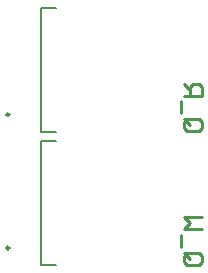
<source format=gbo>
%FSLAX25Y25*%
%MOIN*%
G70*
G01*
G75*
G04 Layer_Color=32896*
%ADD10R,0.36221X0.42126*%
%ADD11R,0.10630X0.04331*%
%ADD12C,0.02000*%
%ADD13C,0.02500*%
%ADD14C,0.03937*%
%ADD15C,0.10000*%
%ADD16C,0.05000*%
%ADD17C,0.01000*%
%ADD18R,0.06299X0.06299*%
%ADD19C,0.06299*%
%ADD20C,0.04724*%
%ADD21C,0.05315*%
%ADD22R,0.05315X0.05315*%
%ADD23C,0.06000*%
%ADD24R,0.06000X0.06000*%
%ADD25C,0.05512*%
%ADD26R,0.05906X0.05906*%
%ADD27C,0.05906*%
%ADD28R,0.05906X0.05906*%
%ADD29C,0.05000*%
%ADD30C,0.00787*%
%ADD31C,0.00984*%
%ADD32C,0.00050*%
%ADD33C,0.00591*%
%ADD34R,0.37021X0.42926*%
%ADD35R,0.11430X0.05131*%
%ADD36R,0.07099X0.07099*%
%ADD37C,0.07099*%
%ADD38C,0.05524*%
%ADD39C,0.06115*%
%ADD40R,0.06115X0.06115*%
%ADD41C,0.06800*%
%ADD42R,0.06800X0.06800*%
%ADD43C,0.06312*%
%ADD44R,0.06706X0.06706*%
%ADD45C,0.06706*%
%ADD46R,0.06706X0.06706*%
%ADD47C,0.05800*%
D17*
X150150Y74349D02*
X154148D01*
X155148Y73349D01*
Y71350D01*
X154148Y70350D01*
X150150D01*
X149150Y71350D01*
Y73349D01*
X151149Y72349D02*
X149150Y74349D01*
Y73349D02*
X150150Y74349D01*
X148150Y76348D02*
Y80347D01*
X155148Y82346D02*
X149150D01*
X151149Y84346D01*
X149150Y86345D01*
X155148D01*
X150150Y118849D02*
X154148D01*
X155148Y117849D01*
Y115850D01*
X154148Y114850D01*
X150150D01*
X149150Y115850D01*
Y117849D01*
X151149Y116849D02*
X149150Y118849D01*
Y117849D02*
X150150Y118849D01*
X148150Y120848D02*
Y124847D01*
X149150Y126846D02*
X155148D01*
Y129845D01*
X154148Y130845D01*
X152149D01*
X151149Y129845D01*
Y126846D01*
Y128846D02*
X149150Y130845D01*
D30*
X101567Y111669D02*
X106488D01*
X101567Y70331D02*
Y111669D01*
Y70331D02*
X106488D01*
X101567Y156169D02*
X106488D01*
X101567Y114831D02*
Y156169D01*
Y114831D02*
X106488D01*
D31*
X90992Y76000D02*
G03*
X90992Y76000I-492J0D01*
G01*
Y120500D02*
G03*
X90992Y120500I-492J0D01*
G01*
M02*

</source>
